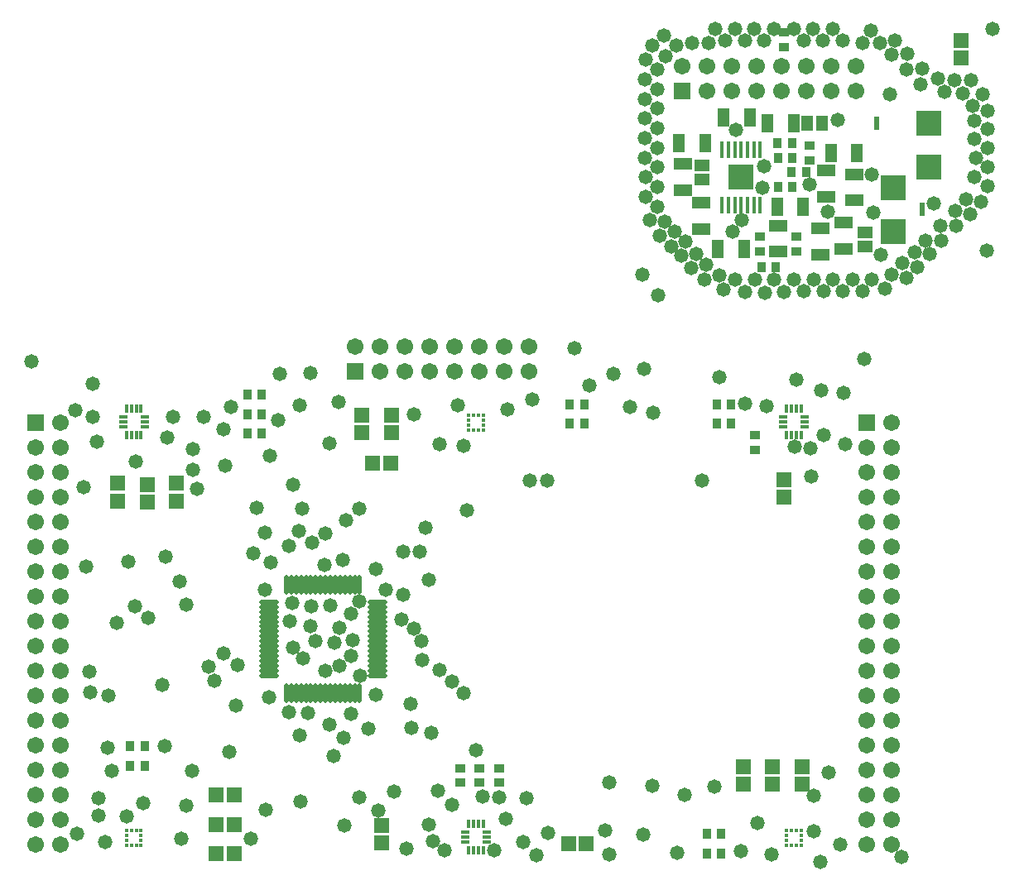
<source format=gts>
G04 Layer_Color=8388736*
%FSLAX25Y25*%
%MOIN*%
G70*
G01*
G75*
%ADD41R,0.01981X0.02769*%
%ADD42R,0.05131X0.07493*%
%ADD43R,0.07493X0.05131*%
%ADD44R,0.05131X0.06312*%
%ADD45R,0.06312X0.05131*%
%ADD46R,0.09894X0.10485*%
%ADD47R,0.01784X0.06902*%
%ADD48R,0.06312X0.06312*%
%ADD49O,0.07887X0.01981*%
%ADD50O,0.01981X0.07887*%
%ADD51R,0.01575X0.01575*%
%ADD52R,0.01575X0.03347*%
%ADD53R,0.03347X0.01575*%
%ADD54R,0.03556X0.04343*%
%ADD55R,0.04343X0.03556*%
%ADD56R,0.06312X0.06312*%
%ADD57R,0.09855X0.09855*%
%ADD58R,0.06706X0.06706*%
%ADD59C,0.06706*%
%ADD60R,0.06706X0.06706*%
%ADD61C,0.05800*%
%ADD62C,0.02769*%
D41*
X383858Y371457D02*
D03*
Y368701D02*
D03*
X401968Y336811D02*
D03*
Y334055D02*
D03*
D42*
X319882Y319587D02*
D03*
X330512D02*
D03*
X354232Y336516D02*
D03*
X343602D02*
D03*
X365256Y358170D02*
D03*
X375886D02*
D03*
X314862Y362106D02*
D03*
X304232D02*
D03*
X322047Y372343D02*
D03*
X332677D02*
D03*
X339665Y369980D02*
D03*
X350295D02*
D03*
D43*
X344193Y328937D02*
D03*
Y318307D02*
D03*
X374606Y338977D02*
D03*
Y349606D02*
D03*
X361221Y317126D02*
D03*
Y327756D02*
D03*
X370571Y319390D02*
D03*
Y330020D02*
D03*
X363582Y340453D02*
D03*
Y351083D02*
D03*
X305610Y353642D02*
D03*
Y343012D02*
D03*
X312992Y327362D02*
D03*
Y337992D02*
D03*
D44*
X355807Y369980D02*
D03*
X361713D02*
D03*
D45*
X379035Y326279D02*
D03*
Y320374D02*
D03*
X313484Y347343D02*
D03*
Y353248D02*
D03*
D46*
X329232Y348327D02*
D03*
D47*
X336909Y359350D02*
D03*
X334350D02*
D03*
X331791D02*
D03*
X329232D02*
D03*
X326673D02*
D03*
X324114D02*
D03*
X321555D02*
D03*
X336909Y337303D02*
D03*
X334350D02*
D03*
X331791D02*
D03*
X329232D02*
D03*
X326673D02*
D03*
X324114D02*
D03*
X321555D02*
D03*
D48*
X89942Y217516D02*
D03*
Y224603D02*
D03*
X346449Y226484D02*
D03*
Y219398D02*
D03*
X184430Y80114D02*
D03*
Y87201D02*
D03*
X101753Y217910D02*
D03*
Y224996D02*
D03*
X78131Y217910D02*
D03*
Y224996D02*
D03*
X417698Y403540D02*
D03*
Y396453D02*
D03*
X176556Y252555D02*
D03*
Y245469D02*
D03*
X330099Y110823D02*
D03*
Y103736D02*
D03*
X188367Y252555D02*
D03*
Y245468D02*
D03*
X353721Y110823D02*
D03*
Y103736D02*
D03*
X341910Y110823D02*
D03*
Y103736D02*
D03*
D49*
X138958Y177162D02*
D03*
Y175193D02*
D03*
Y173224D02*
D03*
Y171256D02*
D03*
Y169288D02*
D03*
Y167319D02*
D03*
Y165350D02*
D03*
Y163382D02*
D03*
Y161414D02*
D03*
Y159445D02*
D03*
Y157476D02*
D03*
Y155508D02*
D03*
Y153540D02*
D03*
Y151571D02*
D03*
Y149602D02*
D03*
Y147634D02*
D03*
X182658D02*
D03*
Y149602D02*
D03*
Y151571D02*
D03*
Y153540D02*
D03*
Y155508D02*
D03*
Y157476D02*
D03*
Y159445D02*
D03*
Y161414D02*
D03*
Y163382D02*
D03*
Y165350D02*
D03*
Y167319D02*
D03*
Y169288D02*
D03*
Y171256D02*
D03*
Y173224D02*
D03*
Y175193D02*
D03*
Y177162D02*
D03*
D50*
X146044Y140547D02*
D03*
X148013D02*
D03*
X149981D02*
D03*
X151950D02*
D03*
X153918D02*
D03*
X155887D02*
D03*
X157855D02*
D03*
X159824D02*
D03*
X161792D02*
D03*
X163761D02*
D03*
X165729D02*
D03*
X167698D02*
D03*
X169666D02*
D03*
X171635D02*
D03*
X173603D02*
D03*
X175572D02*
D03*
Y184248D02*
D03*
X173603D02*
D03*
X171635D02*
D03*
X169666D02*
D03*
X167698D02*
D03*
X165729D02*
D03*
X163761D02*
D03*
X161792D02*
D03*
X159824D02*
D03*
X157855D02*
D03*
X155887D02*
D03*
X153918D02*
D03*
X151950D02*
D03*
X149981D02*
D03*
X148013D02*
D03*
X146044D02*
D03*
D51*
X87552Y79294D02*
D03*
Y81262D02*
D03*
Y83231D02*
D03*
Y85199D02*
D03*
X85584Y79294D02*
D03*
X83615D02*
D03*
X81647D02*
D03*
Y81262D02*
D03*
Y83231D02*
D03*
Y85199D02*
D03*
X83615D02*
D03*
X85584D02*
D03*
X353300Y79294D02*
D03*
Y81262D02*
D03*
Y83231D02*
D03*
Y85199D02*
D03*
X351332Y79294D02*
D03*
X349363D02*
D03*
X347394D02*
D03*
Y81262D02*
D03*
Y83231D02*
D03*
Y85199D02*
D03*
X349363D02*
D03*
X351332D02*
D03*
X225347Y246617D02*
D03*
Y248585D02*
D03*
Y250554D02*
D03*
Y252522D02*
D03*
X223379Y246617D02*
D03*
X221410D02*
D03*
X219442D02*
D03*
Y248585D02*
D03*
Y250554D02*
D03*
Y252522D02*
D03*
X221410D02*
D03*
X223379D02*
D03*
D52*
X219442Y77210D02*
D03*
X221410D02*
D03*
X223379D02*
D03*
X225347D02*
D03*
Y87683D02*
D03*
X223379D02*
D03*
X221410D02*
D03*
X219442D02*
D03*
X81647Y244533D02*
D03*
X83615D02*
D03*
X85584D02*
D03*
X87552D02*
D03*
Y255006D02*
D03*
X85584D02*
D03*
X83615D02*
D03*
X81647D02*
D03*
X347394Y244533D02*
D03*
X349363D02*
D03*
X351332D02*
D03*
X353300D02*
D03*
Y255006D02*
D03*
X351332D02*
D03*
X349363D02*
D03*
X347394D02*
D03*
D53*
X226725Y80478D02*
D03*
Y82446D02*
D03*
Y84415D02*
D03*
X218064D02*
D03*
Y82446D02*
D03*
Y80478D02*
D03*
X88930Y247801D02*
D03*
Y249769D02*
D03*
Y251738D02*
D03*
X80269D02*
D03*
Y249769D02*
D03*
Y247801D02*
D03*
X354678D02*
D03*
Y249769D02*
D03*
Y251738D02*
D03*
X346017D02*
D03*
Y249769D02*
D03*
Y247801D02*
D03*
D54*
X319273Y256886D02*
D03*
X325178D02*
D03*
X130296Y245075D02*
D03*
X136202D02*
D03*
X130296Y252949D02*
D03*
X136202D02*
D03*
X325178Y249012D02*
D03*
X319273D02*
D03*
X136202Y260823D02*
D03*
X130296D02*
D03*
X321241Y75784D02*
D03*
X315335D02*
D03*
X83052Y111217D02*
D03*
X88957D02*
D03*
X83052Y119091D02*
D03*
X88957D02*
D03*
X321241Y83658D02*
D03*
X315335D02*
D03*
X260217Y256886D02*
D03*
X266123D02*
D03*
X260217Y249012D02*
D03*
X266123D02*
D03*
X343898Y362008D02*
D03*
X349803D02*
D03*
X349902Y356201D02*
D03*
X343996D02*
D03*
X343209Y312106D02*
D03*
X337303D02*
D03*
X349902Y344390D02*
D03*
X343996D02*
D03*
X355315Y350492D02*
D03*
X349410D02*
D03*
D55*
X223800Y104327D02*
D03*
Y110232D02*
D03*
X215926Y104327D02*
D03*
Y110232D02*
D03*
X231674Y110233D02*
D03*
Y104327D02*
D03*
X334842Y238484D02*
D03*
Y244390D02*
D03*
X356791Y355217D02*
D03*
Y361122D02*
D03*
X336811Y324508D02*
D03*
Y318602D02*
D03*
X351378Y324508D02*
D03*
Y318602D02*
D03*
X346555Y406693D02*
D03*
Y400787D02*
D03*
D56*
X259627Y79721D02*
D03*
X266713D02*
D03*
X124981Y75784D02*
D03*
X117895D02*
D03*
X124981Y99406D02*
D03*
X117894D02*
D03*
X124981Y87594D02*
D03*
X117895D02*
D03*
X180887Y233264D02*
D03*
X187973D02*
D03*
D57*
X390551Y344291D02*
D03*
Y326575D02*
D03*
X404724Y352559D02*
D03*
Y370275D02*
D03*
D58*
X305315Y382972D02*
D03*
X173702Y270075D02*
D03*
D59*
X305315Y392972D02*
D03*
X315315Y382972D02*
D03*
Y392972D02*
D03*
X325315Y382972D02*
D03*
Y392972D02*
D03*
X335315Y382972D02*
D03*
Y392972D02*
D03*
X345315Y382972D02*
D03*
Y392972D02*
D03*
X355315Y382972D02*
D03*
Y392972D02*
D03*
X365315Y382972D02*
D03*
Y392972D02*
D03*
X375315Y382972D02*
D03*
Y392972D02*
D03*
X55229Y79570D02*
D03*
X45229D02*
D03*
X55229Y89569D02*
D03*
X45229D02*
D03*
X55229Y99569D02*
D03*
X45229D02*
D03*
X55229Y109570D02*
D03*
X45229D02*
D03*
X55229Y119570D02*
D03*
X45229D02*
D03*
X55229Y129569D02*
D03*
X45229D02*
D03*
X55229Y139569D02*
D03*
X45229D02*
D03*
X55229Y149569D02*
D03*
X45229D02*
D03*
X55229Y159570D02*
D03*
X45229D02*
D03*
X55229Y169570D02*
D03*
X45229D02*
D03*
X55229Y179569D02*
D03*
X45229D02*
D03*
X55229Y189569D02*
D03*
X45229D02*
D03*
X55229Y199569D02*
D03*
X45229D02*
D03*
X55229Y209570D02*
D03*
X45229D02*
D03*
X55229Y219569D02*
D03*
X45229D02*
D03*
X55229Y229570D02*
D03*
X45229D02*
D03*
X55229Y239569D02*
D03*
X45229D02*
D03*
X55229Y249570D02*
D03*
X243702Y280075D02*
D03*
Y270075D02*
D03*
X233701Y280075D02*
D03*
Y270075D02*
D03*
X223702Y280075D02*
D03*
Y270075D02*
D03*
X213702Y280075D02*
D03*
Y270075D02*
D03*
X203701Y280075D02*
D03*
Y270075D02*
D03*
X193702Y280075D02*
D03*
Y270075D02*
D03*
X183702Y280075D02*
D03*
Y270075D02*
D03*
X173702Y280075D02*
D03*
X389875Y79570D02*
D03*
X379875D02*
D03*
X389875Y89569D02*
D03*
X379875D02*
D03*
X389875Y99569D02*
D03*
X379875D02*
D03*
X389875Y109570D02*
D03*
X379875D02*
D03*
X389875Y119570D02*
D03*
X379875D02*
D03*
X389875Y129569D02*
D03*
X379875D02*
D03*
X389875Y139569D02*
D03*
X379875D02*
D03*
X389875Y149569D02*
D03*
X379875D02*
D03*
X389875Y159570D02*
D03*
X379875D02*
D03*
X389875Y169570D02*
D03*
X379875D02*
D03*
X389875Y179569D02*
D03*
X379875D02*
D03*
X389875Y189569D02*
D03*
X379875D02*
D03*
X389875Y199569D02*
D03*
X379875D02*
D03*
X389875Y209570D02*
D03*
X379875D02*
D03*
X389875Y219569D02*
D03*
X379875D02*
D03*
X389875Y229570D02*
D03*
X379875D02*
D03*
X389875Y239569D02*
D03*
X379875D02*
D03*
X389875Y249570D02*
D03*
D60*
X45229D02*
D03*
X379875D02*
D03*
D61*
X401968Y392126D02*
D03*
X390945Y403543D02*
D03*
X396063Y398031D02*
D03*
X377953Y302362D02*
D03*
X381496Y407480D02*
D03*
X408268Y388189D02*
D03*
X414961Y387402D02*
D03*
X421654D02*
D03*
X426378Y381890D02*
D03*
X428346Y375197D02*
D03*
X425591Y338583D02*
D03*
X400000Y312205D02*
D03*
X395669Y307874D02*
D03*
X387008Y303543D02*
D03*
X428150Y318799D02*
D03*
X394094Y313779D02*
D03*
X399213Y318110D02*
D03*
X222255Y117624D02*
D03*
X389764Y309055D02*
D03*
X423228Y348425D02*
D03*
X423622Y356299D02*
D03*
X422441Y377165D02*
D03*
X418504Y382283D02*
D03*
X411024Y382677D02*
D03*
X401575Y385827D02*
D03*
X395669Y391732D02*
D03*
X389764Y397638D02*
D03*
X385039Y402559D02*
D03*
X389075Y381791D02*
D03*
X378080Y402401D02*
D03*
X313583Y226083D02*
D03*
X295276Y391732D02*
D03*
Y383858D02*
D03*
Y375984D02*
D03*
Y368110D02*
D03*
Y360236D02*
D03*
Y352362D02*
D03*
Y344488D02*
D03*
Y336614D02*
D03*
X298333Y330505D02*
D03*
X302461Y326476D02*
D03*
X306693Y322441D02*
D03*
X311122Y317618D02*
D03*
X315059Y313287D02*
D03*
X320374Y308957D02*
D03*
X342520Y408169D02*
D03*
X334350Y408268D02*
D03*
X326870Y408169D02*
D03*
X318898Y408268D02*
D03*
X250984Y225984D02*
D03*
X362205Y403543D02*
D03*
X354331D02*
D03*
X338583D02*
D03*
X330709D02*
D03*
X322835D02*
D03*
X315945Y402559D02*
D03*
X309555D02*
D03*
X108194Y109107D02*
D03*
X301083Y320472D02*
D03*
X314469Y306988D02*
D03*
X293307Y103150D02*
D03*
X370177Y302461D02*
D03*
X362500Y302362D02*
D03*
X354331D02*
D03*
X346358Y302264D02*
D03*
X338681Y301969D02*
D03*
X330807Y302264D02*
D03*
X322244Y303051D02*
D03*
X309154Y311811D02*
D03*
X304921Y316732D02*
D03*
X296555Y324705D02*
D03*
X292323Y331201D02*
D03*
X290650Y340453D02*
D03*
Y348327D02*
D03*
X290453Y356299D02*
D03*
X290551Y363976D02*
D03*
X290453Y372047D02*
D03*
Y379823D02*
D03*
Y387795D02*
D03*
X192304Y170272D02*
D03*
X217519Y140354D02*
D03*
X289370Y309055D02*
D03*
X374016Y307087D02*
D03*
X366142D02*
D03*
X358268D02*
D03*
X350394D02*
D03*
X342520D02*
D03*
X334646D02*
D03*
X326772D02*
D03*
X356806Y345480D02*
D03*
X327165Y367618D02*
D03*
X155905Y269390D02*
D03*
X215059Y256594D02*
D03*
X268091Y264465D02*
D03*
X61221Y254626D02*
D03*
X85433Y233858D02*
D03*
X97933Y243307D02*
D03*
X61614Y83760D02*
D03*
X70571Y98130D02*
D03*
X131693Y81693D02*
D03*
X175295Y98327D02*
D03*
X207185Y101083D02*
D03*
X241350Y80516D02*
D03*
X251378Y84252D02*
D03*
X275984Y75492D02*
D03*
X303445Y76279D02*
D03*
X329232Y76968D02*
D03*
X364567Y108563D02*
D03*
X196457Y126476D02*
D03*
X169390Y87106D02*
D03*
X137697Y93405D02*
D03*
X81595Y90748D02*
D03*
X123130Y116929D02*
D03*
X74016Y118504D02*
D03*
X96161Y143701D02*
D03*
X64370Y223622D02*
D03*
X82579Y193307D02*
D03*
X97441Y195571D02*
D03*
X203346Y186024D02*
D03*
X169980Y210039D02*
D03*
X148622Y224410D02*
D03*
X110039Y222933D02*
D03*
X108563Y238681D02*
D03*
X112894Y251969D02*
D03*
X142913Y250492D02*
D03*
X197441Y252756D02*
D03*
X378740Y275000D02*
D03*
X320276Y267913D02*
D03*
X361319Y262402D02*
D03*
X330610Y257283D02*
D03*
X242618Y98032D02*
D03*
X338287Y352854D02*
D03*
X134016Y215154D02*
D03*
X90416Y170754D02*
D03*
X147127Y132772D02*
D03*
X179115Y125980D02*
D03*
X137481Y205213D02*
D03*
X175375Y214957D02*
D03*
X196044Y136020D02*
D03*
X192993Y197312D02*
D03*
X43471Y274228D02*
D03*
X68174Y251731D02*
D03*
Y265231D02*
D03*
X137580Y182280D02*
D03*
X350785Y239772D02*
D03*
X105709Y95177D02*
D03*
X207855Y240941D02*
D03*
X289745Y83559D02*
D03*
X276064Y104524D02*
D03*
X204508Y124307D02*
D03*
X358353Y84907D02*
D03*
X151851Y96650D02*
D03*
X175854Y147307D02*
D03*
X209653Y77106D02*
D03*
X231587Y98623D02*
D03*
X204954Y80906D02*
D03*
X203426Y87595D02*
D03*
X97135Y119007D02*
D03*
X182954Y93205D02*
D03*
X229753Y77106D02*
D03*
X212776Y95370D02*
D03*
X246713Y75050D02*
D03*
X161694Y204918D02*
D03*
X143387Y269189D02*
D03*
X163453Y241066D02*
D03*
X167008Y257969D02*
D03*
X100276Y251670D02*
D03*
X154811Y132385D02*
D03*
X165040Y115055D02*
D03*
X125867Y135429D02*
D03*
X182166Y139662D02*
D03*
X120674Y246731D02*
D03*
X139654Y193115D02*
D03*
X139453Y236006D02*
D03*
X199674Y197431D02*
D03*
X69854Y241807D02*
D03*
X85217Y175587D02*
D03*
X362498Y244496D02*
D03*
X77737Y168697D02*
D03*
X172754Y161706D02*
D03*
X151260Y256591D02*
D03*
X201950Y207181D02*
D03*
X339548Y256000D02*
D03*
X351332Y266906D02*
D03*
X108544Y230311D02*
D03*
X370574Y261331D02*
D03*
X75753Y109107D02*
D03*
X73013Y80508D02*
D03*
X103721Y81788D02*
D03*
X70354Y91106D02*
D03*
X88583Y96063D02*
D03*
X335906Y87988D02*
D03*
X318288Y102949D02*
D03*
X341535Y75394D02*
D03*
X361221Y72577D02*
D03*
X358446Y99012D02*
D03*
X369094Y79331D02*
D03*
X156477Y201079D02*
D03*
X148453Y176806D02*
D03*
X161407Y192132D02*
D03*
X156189Y175399D02*
D03*
X168879Y193992D02*
D03*
X163612Y175651D02*
D03*
X175554Y177306D02*
D03*
X295662Y300691D02*
D03*
X172045Y172415D02*
D03*
X167312Y166638D02*
D03*
X306477Y99406D02*
D03*
X274489Y85036D02*
D03*
X172054Y155508D02*
D03*
X234460Y89867D02*
D03*
X167418Y151571D02*
D03*
X393602Y74410D02*
D03*
X189253Y100806D02*
D03*
X194254Y77706D02*
D03*
X172127Y132280D02*
D03*
X168977Y122634D02*
D03*
X163375Y127956D02*
D03*
X152792Y154606D02*
D03*
X151268Y123427D02*
D03*
X138957Y138776D02*
D03*
X148757Y158936D02*
D03*
X155853Y167306D02*
D03*
X105892Y176186D02*
D03*
X66910Y149209D02*
D03*
X67012Y140948D02*
D03*
X114750Y151185D02*
D03*
X74574Y139431D02*
D03*
X126359Y151768D02*
D03*
X65354Y191535D02*
D03*
X120749Y156394D02*
D03*
X103053Y185406D02*
D03*
X132656Y196650D02*
D03*
X147353Y169406D02*
D03*
X381791Y349409D02*
D03*
X363976Y334350D02*
D03*
X403543Y322835D02*
D03*
X405118Y317323D02*
D03*
X419685Y339370D02*
D03*
X409842Y322835D02*
D03*
X421260Y333465D02*
D03*
X381890Y307087D02*
D03*
X415748Y328740D02*
D03*
X409449D02*
D03*
X415354Y334646D02*
D03*
X428346Y367717D02*
D03*
Y360236D02*
D03*
Y352362D02*
D03*
Y344882D02*
D03*
X423228Y371260D02*
D03*
Y363779D02*
D03*
X370079Y403543D02*
D03*
X366043Y408169D02*
D03*
X358071D02*
D03*
X350394D02*
D03*
X357166Y239268D02*
D03*
X357382Y227756D02*
D03*
X367963Y371408D02*
D03*
X262008Y279331D02*
D03*
X284350Y255709D02*
D03*
X277658Y269193D02*
D03*
X293898Y253346D02*
D03*
X289961Y271063D02*
D03*
X337795Y344193D02*
D03*
X406693Y337795D02*
D03*
X325787Y326575D02*
D03*
X329521Y331052D02*
D03*
X244094Y225984D02*
D03*
X218701Y213976D02*
D03*
X290740Y395661D02*
D03*
X298713Y397138D02*
D03*
X298228Y405512D02*
D03*
X293307Y401575D02*
D03*
X303150D02*
D03*
X182087Y190551D02*
D03*
X186024Y182185D02*
D03*
X197353Y166407D02*
D03*
X192993Y180016D02*
D03*
X117008Y145370D02*
D03*
X382579Y334055D02*
D03*
X385335Y317028D02*
D03*
X430413Y407972D02*
D03*
X371063Y240748D02*
D03*
X217553Y240207D02*
D03*
X147225Y199701D02*
D03*
X150965Y205902D02*
D03*
X152559Y214961D02*
D03*
X165264Y160933D02*
D03*
X161718Y149316D02*
D03*
X157776Y161516D02*
D03*
X123721Y255807D02*
D03*
X200554Y161546D02*
D03*
X207776Y149803D02*
D03*
X200591Y153937D02*
D03*
X212598Y145177D02*
D03*
X234922Y254721D02*
D03*
X245177Y258661D02*
D03*
X121358Y232086D02*
D03*
X224992Y98918D02*
D03*
D62*
X326982Y346170D02*
D03*
X331398Y350492D02*
D03*
Y346162D02*
D03*
X326982Y347744D02*
D03*
M02*

</source>
